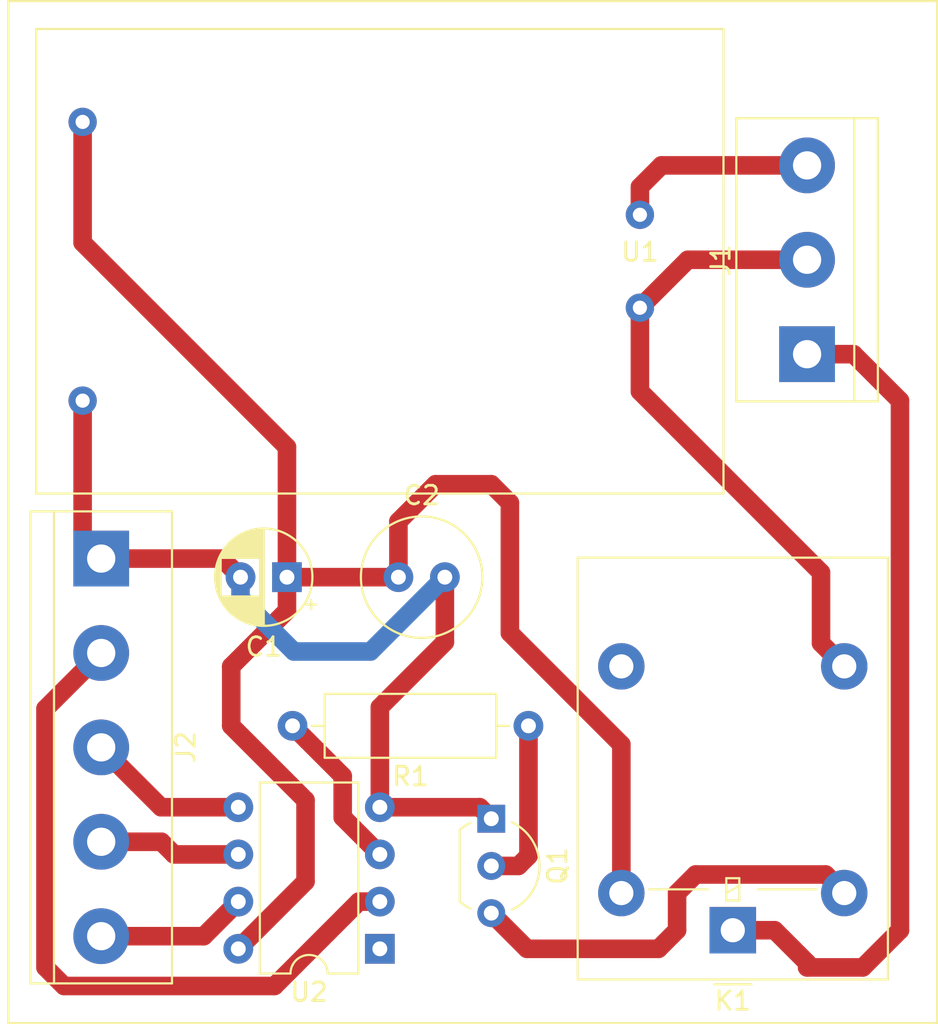
<source format=kicad_pcb>
(kicad_pcb (version 20171130) (host pcbnew "(5.1.2)-2")

  (general
    (thickness 1.6)
    (drawings 4)
    (tracks 74)
    (zones 0)
    (modules 9)
    (nets 13)
  )

  (page A4)
  (layers
    (0 F.Cu signal)
    (31 B.Cu signal)
    (32 B.Adhes user)
    (33 F.Adhes user)
    (34 B.Paste user)
    (35 F.Paste user)
    (36 B.SilkS user)
    (37 F.SilkS user)
    (38 B.Mask user)
    (39 F.Mask user)
    (40 Dwgs.User user)
    (41 Cmts.User user)
    (42 Eco1.User user)
    (43 Eco2.User user)
    (44 Edge.Cuts user)
    (45 Margin user)
    (46 B.CrtYd user)
    (47 F.CrtYd user)
    (48 B.Fab user)
    (49 F.Fab user)
  )

  (setup
    (last_trace_width 1)
    (user_trace_width 1)
    (trace_clearance 0.2)
    (zone_clearance 0.508)
    (zone_45_only no)
    (trace_min 0.2)
    (via_size 0.8)
    (via_drill 0.4)
    (via_min_size 0.4)
    (via_min_drill 0.3)
    (uvia_size 0.3)
    (uvia_drill 0.1)
    (uvias_allowed no)
    (uvia_min_size 0.2)
    (uvia_min_drill 0.1)
    (edge_width 0.05)
    (segment_width 0.2)
    (pcb_text_width 0.3)
    (pcb_text_size 1.5 1.5)
    (mod_edge_width 0.12)
    (mod_text_size 1 1)
    (mod_text_width 0.15)
    (pad_size 1.524 1.524)
    (pad_drill 0.762)
    (pad_to_mask_clearance 0.051)
    (solder_mask_min_width 0.25)
    (aux_axis_origin 0 0)
    (visible_elements FFF9FF7F)
    (pcbplotparams
      (layerselection 0x00000_ffffffff)
      (usegerberextensions false)
      (usegerberattributes false)
      (usegerberadvancedattributes false)
      (creategerberjobfile false)
      (excludeedgelayer true)
      (linewidth 0.100000)
      (plotframeref false)
      (viasonmask false)
      (mode 1)
      (useauxorigin false)
      (hpglpennumber 1)
      (hpglpenspeed 20)
      (hpglpendiameter 15.000000)
      (psnegative false)
      (psa4output false)
      (plotreference true)
      (plotvalue true)
      (plotinvisibletext false)
      (padsonsilk false)
      (subtractmaskfromsilk false)
      (outputformat 1)
      (mirror false)
      (drillshape 0)
      (scaleselection 1)
      (outputdirectory "gerber/"))
  )

  (net 0 "")
  (net 1 Earth)
  (net 2 +5V)
  (net 3 LINE)
  (net 4 NEUTRAL)
  (net 5 OUTPUT)
  (net 6 SWITCH-A)
  (net 7 SWITCH-B)
  (net 8 SWITCH-C)
  (net 9 SWITCH-D)
  (net 10 "Net-(K1-Pad2)")
  (net 11 "Net-(Q1-Pad2)")
  (net 12 "Net-(R1-Pad2)")

  (net_class Default "This is the default net class."
    (clearance 0.2)
    (trace_width 0.25)
    (via_dia 0.8)
    (via_drill 0.4)
    (uvia_dia 0.3)
    (uvia_drill 0.1)
    (add_net +5V)
    (add_net Earth)
    (add_net LINE)
    (add_net NEUTRAL)
    (add_net "Net-(K1-Pad2)")
    (add_net "Net-(K1-Pad4)")
    (add_net "Net-(Q1-Pad2)")
    (add_net "Net-(R1-Pad2)")
    (add_net "Net-(U2-Pad1)")
    (add_net OUTPUT)
    (add_net SWITCH-A)
    (add_net SWITCH-B)
    (add_net SWITCH-C)
    (add_net SWITCH-D)
  )

  (module Package_TO_SOT_THT:TO-92L_Inline_Wide (layer F.Cu) (tedit 5A11996A) (tstamp 5FF9C90A)
    (at 170 75 270)
    (descr "TO-92L leads in-line (large body variant of TO-92), also known as TO-226, wide, drill 0.75mm (see https://www.diodes.com/assets/Package-Files/TO92L.pdf and http://www.ti.com/lit/an/snoa059/snoa059.pdf)")
    (tags "TO-92L Inline Wide transistor")
    (path /5FF9B1EE)
    (fp_text reference Q1 (at 2.54 -3.56 90) (layer F.SilkS)
      (effects (font (size 1 1) (thickness 0.15)))
    )
    (fp_text value 2N3904 (at 2.54 2.79 90) (layer F.Fab)
      (effects (font (size 1 1) (thickness 0.15)))
    )
    (fp_arc (start 2.54 0) (end 4.45 1.7) (angle -15.88591585) (layer F.SilkS) (width 0.12))
    (fp_arc (start 2.54 0) (end 2.54 -2.48) (angle -130.2499344) (layer F.Fab) (width 0.1))
    (fp_arc (start 2.54 0) (end 2.54 -2.48) (angle 129.9527847) (layer F.Fab) (width 0.1))
    (fp_arc (start 2.54 0) (end 2.54 -2.6) (angle 65) (layer F.SilkS) (width 0.12))
    (fp_arc (start 2.54 0) (end 2.54 -2.6) (angle -65) (layer F.SilkS) (width 0.12))
    (fp_arc (start 2.54 0) (end 0.6 1.7) (angle 15.44288892) (layer F.SilkS) (width 0.12))
    (fp_line (start 6.1 1.85) (end -1 1.85) (layer F.CrtYd) (width 0.05))
    (fp_line (start 6.1 1.85) (end 6.1 -2.75) (layer F.CrtYd) (width 0.05))
    (fp_line (start -1 -2.75) (end -1 1.85) (layer F.CrtYd) (width 0.05))
    (fp_line (start -1 -2.75) (end 6.1 -2.75) (layer F.CrtYd) (width 0.05))
    (fp_line (start 0.65 1.6) (end 4.4 1.6) (layer F.Fab) (width 0.1))
    (fp_line (start 0.6 1.7) (end 4.45 1.7) (layer F.SilkS) (width 0.12))
    (fp_text user %R (at 2.54 -3.56 90) (layer F.Fab)
      (effects (font (size 1 1) (thickness 0.15)))
    )
    (pad 1 thru_hole rect (at 0 0) (size 1.5 1.5) (drill 0.8) (layers *.Cu *.Mask)
      (net 1 Earth))
    (pad 3 thru_hole circle (at 5.08 0) (size 1.5 1.5) (drill 0.8) (layers *.Cu *.Mask)
      (net 10 "Net-(K1-Pad2)"))
    (pad 2 thru_hole circle (at 2.54 0) (size 1.5 1.5) (drill 0.8) (layers *.Cu *.Mask)
      (net 11 "Net-(Q1-Pad2)"))
    (model ${KISYS3DMOD}/Package_TO_SOT_THT.3dshapes/TO-92L_Inline_Wide.wrl
      (at (xyz 0 0 0))
      (scale (xyz 1 1 1))
      (rotate (xyz 0 0 0))
    )
  )

  (module Package_DIP:DIP-8_W7.62mm (layer F.Cu) (tedit 5A02E8C5) (tstamp 5FF9C949)
    (at 164 82 180)
    (descr "8-lead though-hole mounted DIP package, row spacing 7.62 mm (300 mils)")
    (tags "THT DIP DIL PDIP 2.54mm 7.62mm 300mil")
    (path /5FF95318)
    (fp_text reference U2 (at 3.81 -2.33) (layer F.SilkS)
      (effects (font (size 1 1) (thickness 0.15)))
    )
    (fp_text value ATtiny13A-PU (at 3.81 9.95) (layer F.Fab)
      (effects (font (size 1 1) (thickness 0.15)))
    )
    (fp_text user %R (at 3.81 3.81) (layer F.Fab)
      (effects (font (size 1 1) (thickness 0.15)))
    )
    (fp_line (start 8.7 -1.55) (end -1.1 -1.55) (layer F.CrtYd) (width 0.05))
    (fp_line (start 8.7 9.15) (end 8.7 -1.55) (layer F.CrtYd) (width 0.05))
    (fp_line (start -1.1 9.15) (end 8.7 9.15) (layer F.CrtYd) (width 0.05))
    (fp_line (start -1.1 -1.55) (end -1.1 9.15) (layer F.CrtYd) (width 0.05))
    (fp_line (start 6.46 -1.33) (end 4.81 -1.33) (layer F.SilkS) (width 0.12))
    (fp_line (start 6.46 8.95) (end 6.46 -1.33) (layer F.SilkS) (width 0.12))
    (fp_line (start 1.16 8.95) (end 6.46 8.95) (layer F.SilkS) (width 0.12))
    (fp_line (start 1.16 -1.33) (end 1.16 8.95) (layer F.SilkS) (width 0.12))
    (fp_line (start 2.81 -1.33) (end 1.16 -1.33) (layer F.SilkS) (width 0.12))
    (fp_line (start 0.635 -0.27) (end 1.635 -1.27) (layer F.Fab) (width 0.1))
    (fp_line (start 0.635 8.89) (end 0.635 -0.27) (layer F.Fab) (width 0.1))
    (fp_line (start 6.985 8.89) (end 0.635 8.89) (layer F.Fab) (width 0.1))
    (fp_line (start 6.985 -1.27) (end 6.985 8.89) (layer F.Fab) (width 0.1))
    (fp_line (start 1.635 -1.27) (end 6.985 -1.27) (layer F.Fab) (width 0.1))
    (fp_arc (start 3.81 -1.33) (end 2.81 -1.33) (angle -180) (layer F.SilkS) (width 0.12))
    (pad 8 thru_hole oval (at 7.62 0 180) (size 1.6 1.6) (drill 0.8) (layers *.Cu *.Mask)
      (net 2 +5V))
    (pad 4 thru_hole oval (at 0 7.62 180) (size 1.6 1.6) (drill 0.8) (layers *.Cu *.Mask)
      (net 1 Earth))
    (pad 7 thru_hole oval (at 7.62 2.54 180) (size 1.6 1.6) (drill 0.8) (layers *.Cu *.Mask)
      (net 8 SWITCH-C))
    (pad 3 thru_hole oval (at 0 5.08 180) (size 1.6 1.6) (drill 0.8) (layers *.Cu *.Mask)
      (net 12 "Net-(R1-Pad2)"))
    (pad 6 thru_hole oval (at 7.62 5.08 180) (size 1.6 1.6) (drill 0.8) (layers *.Cu *.Mask)
      (net 7 SWITCH-B))
    (pad 2 thru_hole oval (at 0 2.54 180) (size 1.6 1.6) (drill 0.8) (layers *.Cu *.Mask)
      (net 9 SWITCH-D))
    (pad 5 thru_hole oval (at 7.62 7.62 180) (size 1.6 1.6) (drill 0.8) (layers *.Cu *.Mask)
      (net 6 SWITCH-A))
    (pad 1 thru_hole rect (at 0 0 180) (size 1.6 1.6) (drill 0.8) (layers *.Cu *.Mask))
    (model ${KISYS3DMOD}/Package_DIP.3dshapes/DIP-8_W7.62mm.wrl
      (at (xyz 0 0 0))
      (scale (xyz 1 1 1))
      (rotate (xyz 0 0 0))
    )
  )

  (module Custom:AC_80-230V--DC_5V-700mA (layer F.Cu) (tedit 5FF95F03) (tstamp 5FF9C92D)
    (at 178 45 180)
    (path /5FF93972)
    (fp_text reference U1 (at 0 0.5) (layer F.SilkS)
      (effects (font (size 1 1) (thickness 0.15)))
    )
    (fp_text value AC_80-230V--DC_5V-700mA (at 13 -10.185) (layer F.Fab)
      (effects (font (size 1 1) (thickness 0.15)))
    )
    (fp_line (start 32.5 -12.5) (end -4.5 -12.5) (layer F.SilkS) (width 0.12))
    (fp_line (start 32.5 12.5) (end 32.5 -12.5) (layer F.SilkS) (width 0.12))
    (fp_line (start -4.5 12.5) (end 32.5 12.5) (layer F.SilkS) (width 0.12))
    (fp_line (start -4.5 -12.5) (end -4.5 12.5) (layer F.SilkS) (width 0.12))
    (pad 4 thru_hole circle (at 30 7.5 180) (size 1.524 1.524) (drill 0.762) (layers *.Cu *.Mask)
      (net 2 +5V))
    (pad 3 thru_hole circle (at 30 -7.5 180) (size 1.524 1.524) (drill 0.762) (layers *.Cu *.Mask)
      (net 1 Earth))
    (pad 2 thru_hole circle (at 0 2.5 180) (size 1.524 1.524) (drill 0.762) (layers *.Cu *.Mask)
      (net 4 NEUTRAL))
    (pad 1 thru_hole circle (at 0 -2.5 180) (size 1.524 1.524) (drill 0.762) (layers *.Cu *.Mask)
      (net 3 LINE))
  )

  (module Resistor_THT:R_Axial_DIN0309_L9.0mm_D3.2mm_P12.70mm_Horizontal (layer F.Cu) (tedit 5AE5139B) (tstamp 5FF9C921)
    (at 172 70 180)
    (descr "Resistor, Axial_DIN0309 series, Axial, Horizontal, pin pitch=12.7mm, 0.5W = 1/2W, length*diameter=9*3.2mm^2, http://cdn-reichelt.de/documents/datenblatt/B400/1_4W%23YAG.pdf")
    (tags "Resistor Axial_DIN0309 series Axial Horizontal pin pitch 12.7mm 0.5W = 1/2W length 9mm diameter 3.2mm")
    (path /5FF9630B)
    (fp_text reference R1 (at 6.35 -2.72) (layer F.SilkS)
      (effects (font (size 1 1) (thickness 0.15)))
    )
    (fp_text value R (at 6.35 2.72) (layer F.Fab)
      (effects (font (size 1 1) (thickness 0.15)))
    )
    (fp_text user %R (at 6.35 0) (layer F.Fab)
      (effects (font (size 1 1) (thickness 0.15)))
    )
    (fp_line (start 13.75 -1.85) (end -1.05 -1.85) (layer F.CrtYd) (width 0.05))
    (fp_line (start 13.75 1.85) (end 13.75 -1.85) (layer F.CrtYd) (width 0.05))
    (fp_line (start -1.05 1.85) (end 13.75 1.85) (layer F.CrtYd) (width 0.05))
    (fp_line (start -1.05 -1.85) (end -1.05 1.85) (layer F.CrtYd) (width 0.05))
    (fp_line (start 11.66 0) (end 10.97 0) (layer F.SilkS) (width 0.12))
    (fp_line (start 1.04 0) (end 1.73 0) (layer F.SilkS) (width 0.12))
    (fp_line (start 10.97 -1.72) (end 1.73 -1.72) (layer F.SilkS) (width 0.12))
    (fp_line (start 10.97 1.72) (end 10.97 -1.72) (layer F.SilkS) (width 0.12))
    (fp_line (start 1.73 1.72) (end 10.97 1.72) (layer F.SilkS) (width 0.12))
    (fp_line (start 1.73 -1.72) (end 1.73 1.72) (layer F.SilkS) (width 0.12))
    (fp_line (start 12.7 0) (end 10.85 0) (layer F.Fab) (width 0.1))
    (fp_line (start 0 0) (end 1.85 0) (layer F.Fab) (width 0.1))
    (fp_line (start 10.85 -1.6) (end 1.85 -1.6) (layer F.Fab) (width 0.1))
    (fp_line (start 10.85 1.6) (end 10.85 -1.6) (layer F.Fab) (width 0.1))
    (fp_line (start 1.85 1.6) (end 10.85 1.6) (layer F.Fab) (width 0.1))
    (fp_line (start 1.85 -1.6) (end 1.85 1.6) (layer F.Fab) (width 0.1))
    (pad 2 thru_hole oval (at 12.7 0 180) (size 1.6 1.6) (drill 0.8) (layers *.Cu *.Mask)
      (net 12 "Net-(R1-Pad2)"))
    (pad 1 thru_hole circle (at 0 0 180) (size 1.6 1.6) (drill 0.8) (layers *.Cu *.Mask)
      (net 11 "Net-(Q1-Pad2)"))
    (model ${KISYS3DMOD}/Resistor_THT.3dshapes/R_Axial_DIN0309_L9.0mm_D3.2mm_P12.70mm_Horizontal.wrl
      (at (xyz 0 0 0))
      (scale (xyz 1 1 1))
      (rotate (xyz 0 0 0))
    )
  )

  (module Relay_THT:Relay_SPDT_Omron-G5LE-1 (layer F.Cu) (tedit 5AE38B37) (tstamp 5FF9C8F8)
    (at 183 81 180)
    (descr "Omron Relay SPDT, http://www.omron.com/ecb/products/pdf/en-g5le.pdf")
    (tags "Omron Relay SPDT")
    (path /5FF9CF2F)
    (fp_text reference K1 (at 0 -3.8) (layer F.SilkS)
      (effects (font (size 1 1) (thickness 0.15)))
    )
    (fp_text value G5LE-1 (at 0 20.95) (layer F.Fab)
      (effects (font (size 1 1) (thickness 0.15)))
    )
    (fp_text user %R (at 0 8.7) (layer F.Fab)
      (effects (font (size 1 1) (thickness 0.15)))
    )
    (fp_line (start -8.5 20.2) (end 8.5 20.2) (layer F.CrtYd) (width 0.05))
    (fp_line (start -8.5 -2.8) (end -8.5 20.2) (layer F.CrtYd) (width 0.05))
    (fp_line (start 8.5 -2.8) (end -8.5 -2.8) (layer F.CrtYd) (width 0.05))
    (fp_line (start 8.5 20.2) (end 8.5 -2.8) (layer F.CrtYd) (width 0.05))
    (fp_line (start 1.35 2.2) (end 4.5 2.2) (layer F.SilkS) (width 0.12))
    (fp_line (start -4.5 2.2) (end -1.35 2.2) (layer F.SilkS) (width 0.12))
    (fp_line (start -1 -2.91) (end 1 -2.91) (layer F.SilkS) (width 0.12))
    (fp_line (start -0.35 2.8) (end 0.35 2.8) (layer F.SilkS) (width 0.12))
    (fp_line (start -0.35 1.6) (end -0.35 2.8) (layer F.SilkS) (width 0.12))
    (fp_line (start 0.35 1.6) (end -0.35 1.6) (layer F.SilkS) (width 0.12))
    (fp_line (start 0.35 2.8) (end 0.35 1.6) (layer F.SilkS) (width 0.12))
    (fp_line (start -0.35 2.4) (end 0.35 2) (layer F.SilkS) (width 0.12))
    (fp_line (start -8.35 20.05) (end 8.35 20.05) (layer F.SilkS) (width 0.12))
    (fp_line (start -8.35 -2.65) (end -8.35 20.05) (layer F.SilkS) (width 0.12))
    (fp_line (start 8.35 -2.65) (end -8.35 -2.65) (layer F.SilkS) (width 0.12))
    (fp_line (start 8.35 20.05) (end 8.35 -2.65) (layer F.SilkS) (width 0.12))
    (fp_line (start -4.5 2) (end 4.5 2) (layer F.Fab) (width 0.1))
    (fp_line (start -1 -2.55) (end 0 -1.55) (layer F.Fab) (width 0.1))
    (fp_line (start -8.25 -2.55) (end -1 -2.55) (layer F.Fab) (width 0.1))
    (fp_line (start -8.25 19.95) (end -8.25 -2.55) (layer F.Fab) (width 0.1))
    (fp_line (start 8.25 19.95) (end -8.25 19.95) (layer F.Fab) (width 0.1))
    (fp_line (start 8.25 -2.55) (end 8.25 19.95) (layer F.Fab) (width 0.1))
    (fp_line (start 1 -2.55) (end 8.25 -2.55) (layer F.Fab) (width 0.1))
    (fp_line (start 0 -1.55) (end 1 -2.55) (layer F.Fab) (width 0.1))
    (pad 5 thru_hole oval (at 6 2 180) (size 2.5 2.5) (drill 1.3) (layers *.Cu *.Mask)
      (net 2 +5V))
    (pad 4 thru_hole oval (at 6 14.2 180) (size 2.5 2.5) (drill 1.3) (layers *.Cu *.Mask))
    (pad 3 thru_hole oval (at -6 14.2 180) (size 2.5 2.5) (drill 1.3) (layers *.Cu *.Mask)
      (net 3 LINE))
    (pad 2 thru_hole oval (at -6 2 180) (size 2.5 2.5) (drill 1.3) (layers *.Cu *.Mask)
      (net 10 "Net-(K1-Pad2)"))
    (pad 1 thru_hole rect (at 0 0 180) (size 2.5 2.5) (drill 1.3) (layers *.Cu *.Mask)
      (net 5 OUTPUT))
    (model ${KISYS3DMOD}/Relay_THT.3dshapes/Relay_SPDT_Omron-G5LE-1.wrl
      (at (xyz 0 0 0))
      (scale (xyz 1 1 1))
      (rotate (xyz 0 0 0))
    )
  )

  (module TerminalBlock:TerminalBlock_bornier-5_P5.08mm (layer F.Cu) (tedit 59FF03DE) (tstamp 5FF9C8D6)
    (at 149 61 270)
    (descr "simple 5-pin terminal block, pitch 5.08mm, revamped version of bornier5")
    (tags "terminal block bornier5")
    (path /5FF861A6)
    (fp_text reference J2 (at 10.15 -4.55 90) (layer F.SilkS)
      (effects (font (size 1 1) (thickness 0.15)))
    )
    (fp_text value Screw_Terminal_01x05 (at 10.15 4.6 90) (layer F.Fab)
      (effects (font (size 1 1) (thickness 0.15)))
    )
    (fp_line (start 23.06 4) (end -2.74 4) (layer F.CrtYd) (width 0.05))
    (fp_line (start 23.06 4) (end 23.06 -4) (layer F.CrtYd) (width 0.05))
    (fp_line (start -2.74 -4) (end -2.74 4) (layer F.CrtYd) (width 0.05))
    (fp_line (start -2.74 -4) (end 23.06 -4) (layer F.CrtYd) (width 0.05))
    (fp_line (start -2.54 -3.81) (end -2.54 3.81) (layer F.SilkS) (width 0.12))
    (fp_line (start 22.86 -3.81) (end 22.86 3.81) (layer F.SilkS) (width 0.12))
    (fp_line (start -2.54 -3.81) (end 22.86 -3.81) (layer F.SilkS) (width 0.12))
    (fp_line (start -2.54 2.54) (end 22.86 2.54) (layer F.SilkS) (width 0.12))
    (fp_line (start -2.54 3.81) (end 22.86 3.81) (layer F.SilkS) (width 0.12))
    (fp_line (start 22.81 -3.75) (end -2.49 -3.75) (layer F.Fab) (width 0.1))
    (fp_line (start 22.81 3.75) (end 22.81 -3.75) (layer F.Fab) (width 0.1))
    (fp_line (start -2.49 3.75) (end 22.81 3.75) (layer F.Fab) (width 0.1))
    (fp_line (start -2.49 -3.75) (end -2.49 3.75) (layer F.Fab) (width 0.1))
    (fp_line (start -2.49 2.55) (end 22.81 2.55) (layer F.Fab) (width 0.1))
    (fp_text user %R (at 10.16 0 90) (layer F.Fab)
      (effects (font (size 1 1) (thickness 0.15)))
    )
    (pad 5 thru_hole circle (at 20.32 0 270) (size 3 3) (drill 1.52) (layers *.Cu *.Mask)
      (net 8 SWITCH-C))
    (pad 4 thru_hole circle (at 15.24 0 270) (size 3 3) (drill 1.52) (layers *.Cu *.Mask)
      (net 7 SWITCH-B))
    (pad 1 thru_hole rect (at 0 0 270) (size 3 3) (drill 1.52) (layers *.Cu *.Mask)
      (net 1 Earth))
    (pad 3 thru_hole circle (at 10.16 0 270) (size 3 3) (drill 1.52) (layers *.Cu *.Mask)
      (net 6 SWITCH-A))
    (pad 2 thru_hole circle (at 5.08 0 270) (size 3 3) (drill 1.52) (layers *.Cu *.Mask)
      (net 9 SWITCH-D))
    (model ${KISYS3DMOD}/TerminalBlock.3dshapes/TerminalBlock_bornier-5_P5.08mm.wrl
      (offset (xyz 10.15999984741211 0 0))
      (scale (xyz 1 1 1))
      (rotate (xyz 0 0 0))
    )
  )

  (module TerminalBlock:TerminalBlock_bornier-3_P5.08mm (layer F.Cu) (tedit 59FF03B9) (tstamp 5FF9F3FE)
    (at 187 50 90)
    (descr "simple 3-pin terminal block, pitch 5.08mm, revamped version of bornier3")
    (tags "terminal block bornier3")
    (path /5FF946B7)
    (fp_text reference J1 (at 5.05 -4.65 90) (layer F.SilkS)
      (effects (font (size 1 1) (thickness 0.15)))
    )
    (fp_text value Screw_Terminal_01x03 (at 5.08 5.08 90) (layer F.Fab)
      (effects (font (size 1 1) (thickness 0.15)))
    )
    (fp_line (start 12.88 4) (end -2.72 4) (layer F.CrtYd) (width 0.05))
    (fp_line (start 12.88 4) (end 12.88 -4) (layer F.CrtYd) (width 0.05))
    (fp_line (start -2.72 -4) (end -2.72 4) (layer F.CrtYd) (width 0.05))
    (fp_line (start -2.72 -4) (end 12.88 -4) (layer F.CrtYd) (width 0.05))
    (fp_line (start -2.54 3.81) (end 12.7 3.81) (layer F.SilkS) (width 0.12))
    (fp_line (start -2.54 -3.81) (end 12.7 -3.81) (layer F.SilkS) (width 0.12))
    (fp_line (start -2.54 2.54) (end 12.7 2.54) (layer F.SilkS) (width 0.12))
    (fp_line (start 12.7 3.81) (end 12.7 -3.81) (layer F.SilkS) (width 0.12))
    (fp_line (start -2.54 3.81) (end -2.54 -3.81) (layer F.SilkS) (width 0.12))
    (fp_line (start -2.47 3.75) (end -2.47 -3.75) (layer F.Fab) (width 0.1))
    (fp_line (start 12.63 3.75) (end -2.47 3.75) (layer F.Fab) (width 0.1))
    (fp_line (start 12.63 -3.75) (end 12.63 3.75) (layer F.Fab) (width 0.1))
    (fp_line (start -2.47 -3.75) (end 12.63 -3.75) (layer F.Fab) (width 0.1))
    (fp_line (start -2.47 2.55) (end 12.63 2.55) (layer F.Fab) (width 0.1))
    (fp_text user %R (at 5.08 0 90) (layer F.Fab)
      (effects (font (size 1 1) (thickness 0.15)))
    )
    (pad 3 thru_hole circle (at 10.16 0 90) (size 3 3) (drill 1.52) (layers *.Cu *.Mask)
      (net 4 NEUTRAL))
    (pad 2 thru_hole circle (at 5.08 0 90) (size 3 3) (drill 1.52) (layers *.Cu *.Mask)
      (net 3 LINE))
    (pad 1 thru_hole rect (at 0 0 90) (size 3 3) (drill 1.52) (layers *.Cu *.Mask)
      (net 5 OUTPUT))
    (model ${KISYS3DMOD}/TerminalBlock.3dshapes/TerminalBlock_bornier-3_P5.08mm.wrl
      (offset (xyz 5.079999923706055 0 0))
      (scale (xyz 1 1 1))
      (rotate (xyz 0 0 0))
    )
  )

  (module Capacitor_THT:C_Radial_D6.3mm_H5.0mm_P2.50mm (layer F.Cu) (tedit 5BC5C9B9) (tstamp 5FF9E591)
    (at 165 62)
    (descr "C, Radial series, Radial, pin pitch=2.50mm, diameter=6.3mm, height=5mm, Non-Polar Electrolytic Capacitor")
    (tags "C Radial series Radial pin pitch 2.50mm diameter 6.3mm height 5mm Non-Polar Electrolytic Capacitor")
    (path /5FF96D4F)
    (fp_text reference C2 (at 1.25 -4.4) (layer F.SilkS)
      (effects (font (size 1 1) (thickness 0.15)))
    )
    (fp_text value C_Small (at 1.25 4.4) (layer F.Fab)
      (effects (font (size 1 1) (thickness 0.15)))
    )
    (fp_text user %R (at 1.25 0) (layer F.Fab)
      (effects (font (size 1 1) (thickness 0.15)))
    )
    (fp_circle (center 1.25 0) (end 4.65 0) (layer F.CrtYd) (width 0.05))
    (fp_circle (center 1.25 0) (end 4.52 0) (layer F.SilkS) (width 0.12))
    (fp_circle (center 1.25 0) (end 4.4 0) (layer F.Fab) (width 0.1))
    (pad 2 thru_hole circle (at 2.5 0) (size 1.6 1.6) (drill 0.8) (layers *.Cu *.Mask)
      (net 1 Earth))
    (pad 1 thru_hole circle (at 0 0) (size 1.6 1.6) (drill 0.8) (layers *.Cu *.Mask)
      (net 2 +5V))
    (model ${KISYS3DMOD}/Capacitor_THT.3dshapes/C_Radial_D6.3mm_H5.0mm_P2.50mm.wrl
      (at (xyz 0 0 0))
      (scale (xyz 1 1 1))
      (rotate (xyz 0 0 0))
    )
  )

  (module Capacitor_THT:CP_Radial_D5.0mm_P2.50mm (layer F.Cu) (tedit 5AE50EF0) (tstamp 5FF9FD6C)
    (at 159 62 180)
    (descr "CP, Radial series, Radial, pin pitch=2.50mm, , diameter=5mm, Electrolytic Capacitor")
    (tags "CP Radial series Radial pin pitch 2.50mm  diameter 5mm Electrolytic Capacitor")
    (path /5FF9661F)
    (fp_text reference C1 (at 1.25 -3.75) (layer F.SilkS)
      (effects (font (size 1 1) (thickness 0.15)))
    )
    (fp_text value CP_Small (at 1.25 3.75) (layer F.Fab)
      (effects (font (size 1 1) (thickness 0.15)))
    )
    (fp_text user %R (at 1.25 0) (layer F.Fab)
      (effects (font (size 1 1) (thickness 0.15)))
    )
    (fp_line (start -1.304775 -1.725) (end -1.304775 -1.225) (layer F.SilkS) (width 0.12))
    (fp_line (start -1.554775 -1.475) (end -1.054775 -1.475) (layer F.SilkS) (width 0.12))
    (fp_line (start 3.851 -0.284) (end 3.851 0.284) (layer F.SilkS) (width 0.12))
    (fp_line (start 3.811 -0.518) (end 3.811 0.518) (layer F.SilkS) (width 0.12))
    (fp_line (start 3.771 -0.677) (end 3.771 0.677) (layer F.SilkS) (width 0.12))
    (fp_line (start 3.731 -0.805) (end 3.731 0.805) (layer F.SilkS) (width 0.12))
    (fp_line (start 3.691 -0.915) (end 3.691 0.915) (layer F.SilkS) (width 0.12))
    (fp_line (start 3.651 -1.011) (end 3.651 1.011) (layer F.SilkS) (width 0.12))
    (fp_line (start 3.611 -1.098) (end 3.611 1.098) (layer F.SilkS) (width 0.12))
    (fp_line (start 3.571 -1.178) (end 3.571 1.178) (layer F.SilkS) (width 0.12))
    (fp_line (start 3.531 1.04) (end 3.531 1.251) (layer F.SilkS) (width 0.12))
    (fp_line (start 3.531 -1.251) (end 3.531 -1.04) (layer F.SilkS) (width 0.12))
    (fp_line (start 3.491 1.04) (end 3.491 1.319) (layer F.SilkS) (width 0.12))
    (fp_line (start 3.491 -1.319) (end 3.491 -1.04) (layer F.SilkS) (width 0.12))
    (fp_line (start 3.451 1.04) (end 3.451 1.383) (layer F.SilkS) (width 0.12))
    (fp_line (start 3.451 -1.383) (end 3.451 -1.04) (layer F.SilkS) (width 0.12))
    (fp_line (start 3.411 1.04) (end 3.411 1.443) (layer F.SilkS) (width 0.12))
    (fp_line (start 3.411 -1.443) (end 3.411 -1.04) (layer F.SilkS) (width 0.12))
    (fp_line (start 3.371 1.04) (end 3.371 1.5) (layer F.SilkS) (width 0.12))
    (fp_line (start 3.371 -1.5) (end 3.371 -1.04) (layer F.SilkS) (width 0.12))
    (fp_line (start 3.331 1.04) (end 3.331 1.554) (layer F.SilkS) (width 0.12))
    (fp_line (start 3.331 -1.554) (end 3.331 -1.04) (layer F.SilkS) (width 0.12))
    (fp_line (start 3.291 1.04) (end 3.291 1.605) (layer F.SilkS) (width 0.12))
    (fp_line (start 3.291 -1.605) (end 3.291 -1.04) (layer F.SilkS) (width 0.12))
    (fp_line (start 3.251 1.04) (end 3.251 1.653) (layer F.SilkS) (width 0.12))
    (fp_line (start 3.251 -1.653) (end 3.251 -1.04) (layer F.SilkS) (width 0.12))
    (fp_line (start 3.211 1.04) (end 3.211 1.699) (layer F.SilkS) (width 0.12))
    (fp_line (start 3.211 -1.699) (end 3.211 -1.04) (layer F.SilkS) (width 0.12))
    (fp_line (start 3.171 1.04) (end 3.171 1.743) (layer F.SilkS) (width 0.12))
    (fp_line (start 3.171 -1.743) (end 3.171 -1.04) (layer F.SilkS) (width 0.12))
    (fp_line (start 3.131 1.04) (end 3.131 1.785) (layer F.SilkS) (width 0.12))
    (fp_line (start 3.131 -1.785) (end 3.131 -1.04) (layer F.SilkS) (width 0.12))
    (fp_line (start 3.091 1.04) (end 3.091 1.826) (layer F.SilkS) (width 0.12))
    (fp_line (start 3.091 -1.826) (end 3.091 -1.04) (layer F.SilkS) (width 0.12))
    (fp_line (start 3.051 1.04) (end 3.051 1.864) (layer F.SilkS) (width 0.12))
    (fp_line (start 3.051 -1.864) (end 3.051 -1.04) (layer F.SilkS) (width 0.12))
    (fp_line (start 3.011 1.04) (end 3.011 1.901) (layer F.SilkS) (width 0.12))
    (fp_line (start 3.011 -1.901) (end 3.011 -1.04) (layer F.SilkS) (width 0.12))
    (fp_line (start 2.971 1.04) (end 2.971 1.937) (layer F.SilkS) (width 0.12))
    (fp_line (start 2.971 -1.937) (end 2.971 -1.04) (layer F.SilkS) (width 0.12))
    (fp_line (start 2.931 1.04) (end 2.931 1.971) (layer F.SilkS) (width 0.12))
    (fp_line (start 2.931 -1.971) (end 2.931 -1.04) (layer F.SilkS) (width 0.12))
    (fp_line (start 2.891 1.04) (end 2.891 2.004) (layer F.SilkS) (width 0.12))
    (fp_line (start 2.891 -2.004) (end 2.891 -1.04) (layer F.SilkS) (width 0.12))
    (fp_line (start 2.851 1.04) (end 2.851 2.035) (layer F.SilkS) (width 0.12))
    (fp_line (start 2.851 -2.035) (end 2.851 -1.04) (layer F.SilkS) (width 0.12))
    (fp_line (start 2.811 1.04) (end 2.811 2.065) (layer F.SilkS) (width 0.12))
    (fp_line (start 2.811 -2.065) (end 2.811 -1.04) (layer F.SilkS) (width 0.12))
    (fp_line (start 2.771 1.04) (end 2.771 2.095) (layer F.SilkS) (width 0.12))
    (fp_line (start 2.771 -2.095) (end 2.771 -1.04) (layer F.SilkS) (width 0.12))
    (fp_line (start 2.731 1.04) (end 2.731 2.122) (layer F.SilkS) (width 0.12))
    (fp_line (start 2.731 -2.122) (end 2.731 -1.04) (layer F.SilkS) (width 0.12))
    (fp_line (start 2.691 1.04) (end 2.691 2.149) (layer F.SilkS) (width 0.12))
    (fp_line (start 2.691 -2.149) (end 2.691 -1.04) (layer F.SilkS) (width 0.12))
    (fp_line (start 2.651 1.04) (end 2.651 2.175) (layer F.SilkS) (width 0.12))
    (fp_line (start 2.651 -2.175) (end 2.651 -1.04) (layer F.SilkS) (width 0.12))
    (fp_line (start 2.611 1.04) (end 2.611 2.2) (layer F.SilkS) (width 0.12))
    (fp_line (start 2.611 -2.2) (end 2.611 -1.04) (layer F.SilkS) (width 0.12))
    (fp_line (start 2.571 1.04) (end 2.571 2.224) (layer F.SilkS) (width 0.12))
    (fp_line (start 2.571 -2.224) (end 2.571 -1.04) (layer F.SilkS) (width 0.12))
    (fp_line (start 2.531 1.04) (end 2.531 2.247) (layer F.SilkS) (width 0.12))
    (fp_line (start 2.531 -2.247) (end 2.531 -1.04) (layer F.SilkS) (width 0.12))
    (fp_line (start 2.491 1.04) (end 2.491 2.268) (layer F.SilkS) (width 0.12))
    (fp_line (start 2.491 -2.268) (end 2.491 -1.04) (layer F.SilkS) (width 0.12))
    (fp_line (start 2.451 1.04) (end 2.451 2.29) (layer F.SilkS) (width 0.12))
    (fp_line (start 2.451 -2.29) (end 2.451 -1.04) (layer F.SilkS) (width 0.12))
    (fp_line (start 2.411 1.04) (end 2.411 2.31) (layer F.SilkS) (width 0.12))
    (fp_line (start 2.411 -2.31) (end 2.411 -1.04) (layer F.SilkS) (width 0.12))
    (fp_line (start 2.371 1.04) (end 2.371 2.329) (layer F.SilkS) (width 0.12))
    (fp_line (start 2.371 -2.329) (end 2.371 -1.04) (layer F.SilkS) (width 0.12))
    (fp_line (start 2.331 1.04) (end 2.331 2.348) (layer F.SilkS) (width 0.12))
    (fp_line (start 2.331 -2.348) (end 2.331 -1.04) (layer F.SilkS) (width 0.12))
    (fp_line (start 2.291 1.04) (end 2.291 2.365) (layer F.SilkS) (width 0.12))
    (fp_line (start 2.291 -2.365) (end 2.291 -1.04) (layer F.SilkS) (width 0.12))
    (fp_line (start 2.251 1.04) (end 2.251 2.382) (layer F.SilkS) (width 0.12))
    (fp_line (start 2.251 -2.382) (end 2.251 -1.04) (layer F.SilkS) (width 0.12))
    (fp_line (start 2.211 1.04) (end 2.211 2.398) (layer F.SilkS) (width 0.12))
    (fp_line (start 2.211 -2.398) (end 2.211 -1.04) (layer F.SilkS) (width 0.12))
    (fp_line (start 2.171 1.04) (end 2.171 2.414) (layer F.SilkS) (width 0.12))
    (fp_line (start 2.171 -2.414) (end 2.171 -1.04) (layer F.SilkS) (width 0.12))
    (fp_line (start 2.131 1.04) (end 2.131 2.428) (layer F.SilkS) (width 0.12))
    (fp_line (start 2.131 -2.428) (end 2.131 -1.04) (layer F.SilkS) (width 0.12))
    (fp_line (start 2.091 1.04) (end 2.091 2.442) (layer F.SilkS) (width 0.12))
    (fp_line (start 2.091 -2.442) (end 2.091 -1.04) (layer F.SilkS) (width 0.12))
    (fp_line (start 2.051 1.04) (end 2.051 2.455) (layer F.SilkS) (width 0.12))
    (fp_line (start 2.051 -2.455) (end 2.051 -1.04) (layer F.SilkS) (width 0.12))
    (fp_line (start 2.011 1.04) (end 2.011 2.468) (layer F.SilkS) (width 0.12))
    (fp_line (start 2.011 -2.468) (end 2.011 -1.04) (layer F.SilkS) (width 0.12))
    (fp_line (start 1.971 1.04) (end 1.971 2.48) (layer F.SilkS) (width 0.12))
    (fp_line (start 1.971 -2.48) (end 1.971 -1.04) (layer F.SilkS) (width 0.12))
    (fp_line (start 1.93 1.04) (end 1.93 2.491) (layer F.SilkS) (width 0.12))
    (fp_line (start 1.93 -2.491) (end 1.93 -1.04) (layer F.SilkS) (width 0.12))
    (fp_line (start 1.89 1.04) (end 1.89 2.501) (layer F.SilkS) (width 0.12))
    (fp_line (start 1.89 -2.501) (end 1.89 -1.04) (layer F.SilkS) (width 0.12))
    (fp_line (start 1.85 1.04) (end 1.85 2.511) (layer F.SilkS) (width 0.12))
    (fp_line (start 1.85 -2.511) (end 1.85 -1.04) (layer F.SilkS) (width 0.12))
    (fp_line (start 1.81 1.04) (end 1.81 2.52) (layer F.SilkS) (width 0.12))
    (fp_line (start 1.81 -2.52) (end 1.81 -1.04) (layer F.SilkS) (width 0.12))
    (fp_line (start 1.77 1.04) (end 1.77 2.528) (layer F.SilkS) (width 0.12))
    (fp_line (start 1.77 -2.528) (end 1.77 -1.04) (layer F.SilkS) (width 0.12))
    (fp_line (start 1.73 1.04) (end 1.73 2.536) (layer F.SilkS) (width 0.12))
    (fp_line (start 1.73 -2.536) (end 1.73 -1.04) (layer F.SilkS) (width 0.12))
    (fp_line (start 1.69 1.04) (end 1.69 2.543) (layer F.SilkS) (width 0.12))
    (fp_line (start 1.69 -2.543) (end 1.69 -1.04) (layer F.SilkS) (width 0.12))
    (fp_line (start 1.65 1.04) (end 1.65 2.55) (layer F.SilkS) (width 0.12))
    (fp_line (start 1.65 -2.55) (end 1.65 -1.04) (layer F.SilkS) (width 0.12))
    (fp_line (start 1.61 1.04) (end 1.61 2.556) (layer F.SilkS) (width 0.12))
    (fp_line (start 1.61 -2.556) (end 1.61 -1.04) (layer F.SilkS) (width 0.12))
    (fp_line (start 1.57 1.04) (end 1.57 2.561) (layer F.SilkS) (width 0.12))
    (fp_line (start 1.57 -2.561) (end 1.57 -1.04) (layer F.SilkS) (width 0.12))
    (fp_line (start 1.53 1.04) (end 1.53 2.565) (layer F.SilkS) (width 0.12))
    (fp_line (start 1.53 -2.565) (end 1.53 -1.04) (layer F.SilkS) (width 0.12))
    (fp_line (start 1.49 1.04) (end 1.49 2.569) (layer F.SilkS) (width 0.12))
    (fp_line (start 1.49 -2.569) (end 1.49 -1.04) (layer F.SilkS) (width 0.12))
    (fp_line (start 1.45 -2.573) (end 1.45 2.573) (layer F.SilkS) (width 0.12))
    (fp_line (start 1.41 -2.576) (end 1.41 2.576) (layer F.SilkS) (width 0.12))
    (fp_line (start 1.37 -2.578) (end 1.37 2.578) (layer F.SilkS) (width 0.12))
    (fp_line (start 1.33 -2.579) (end 1.33 2.579) (layer F.SilkS) (width 0.12))
    (fp_line (start 1.29 -2.58) (end 1.29 2.58) (layer F.SilkS) (width 0.12))
    (fp_line (start 1.25 -2.58) (end 1.25 2.58) (layer F.SilkS) (width 0.12))
    (fp_line (start -0.633605 -1.3375) (end -0.633605 -0.8375) (layer F.Fab) (width 0.1))
    (fp_line (start -0.883605 -1.0875) (end -0.383605 -1.0875) (layer F.Fab) (width 0.1))
    (fp_circle (center 1.25 0) (end 4 0) (layer F.CrtYd) (width 0.05))
    (fp_circle (center 1.25 0) (end 3.87 0) (layer F.SilkS) (width 0.12))
    (fp_circle (center 1.25 0) (end 3.75 0) (layer F.Fab) (width 0.1))
    (pad 2 thru_hole circle (at 2.5 0 180) (size 1.6 1.6) (drill 0.8) (layers *.Cu *.Mask)
      (net 1 Earth))
    (pad 1 thru_hole rect (at 0 0 180) (size 1.6 1.6) (drill 0.8) (layers *.Cu *.Mask)
      (net 2 +5V))
    (model ${KISYS3DMOD}/Capacitor_THT.3dshapes/CP_Radial_D5.0mm_P2.50mm.wrl
      (at (xyz 0 0 0))
      (scale (xyz 1 1 1))
      (rotate (xyz 0 0 0))
    )
  )

  (gr_line (start 144 31) (end 144 86) (layer F.SilkS) (width 0.12) (tstamp 5FFA061A))
  (gr_line (start 194 31) (end 144 31) (layer F.SilkS) (width 0.12))
  (gr_line (start 194 86) (end 194 31) (layer F.SilkS) (width 0.12))
  (gr_line (start 144 86) (end 194 86) (layer F.SilkS) (width 0.12))

  (segment (start 148 60) (end 149 61) (width 1) (layer F.Cu) (net 1))
  (segment (start 148 52.5) (end 148 60) (width 1) (layer F.Cu) (net 1))
  (segment (start 155.5 61) (end 156.5 62) (width 1) (layer F.Cu) (net 1))
  (segment (start 149 61) (end 155.5 61) (width 1) (layer F.Cu) (net 1))
  (segment (start 167.5 65.5) (end 167.5 62) (width 1) (layer F.Cu) (net 1))
  (segment (start 164 74.38) (end 164 69) (width 1) (layer F.Cu) (net 1))
  (segment (start 164 69) (end 167.5 65.5) (width 1) (layer F.Cu) (net 1))
  (segment (start 156.5 63.13137) (end 159.36863 66) (width 1) (layer B.Cu) (net 1))
  (segment (start 156.5 62) (end 156.5 63.13137) (width 1) (layer B.Cu) (net 1))
  (segment (start 163.5 66) (end 167.5 62) (width 1) (layer B.Cu) (net 1))
  (segment (start 159.36863 66) (end 163.5 66) (width 1) (layer B.Cu) (net 1))
  (segment (start 169.38 74.38) (end 170 75) (width 1) (layer F.Cu) (net 1))
  (segment (start 164 74.38) (end 169.38 74.38) (width 1) (layer F.Cu) (net 1))
  (segment (start 159 62) (end 165 62) (width 1) (layer F.Cu) (net 2))
  (segment (start 159 63.8) (end 156 66.8) (width 1) (layer F.Cu) (net 2))
  (segment (start 159 62) (end 159 63.8) (width 1) (layer F.Cu) (net 2))
  (segment (start 156 66.8) (end 156 70) (width 1) (layer F.Cu) (net 2))
  (segment (start 156 70) (end 160 74) (width 1) (layer F.Cu) (net 2))
  (segment (start 160 78.38) (end 156.38 82) (width 1) (layer F.Cu) (net 2))
  (segment (start 160 74) (end 160 78.38) (width 1) (layer F.Cu) (net 2))
  (segment (start 177 71) (end 171 65) (width 1) (layer F.Cu) (net 2))
  (segment (start 177 79) (end 177 71) (width 1) (layer F.Cu) (net 2))
  (segment (start 165 59) (end 165 62) (width 1) (layer F.Cu) (net 2))
  (segment (start 171 65) (end 171 58) (width 1) (layer F.Cu) (net 2))
  (segment (start 171 58) (end 170 57) (width 1) (layer F.Cu) (net 2))
  (segment (start 170 57) (end 167 57) (width 1) (layer F.Cu) (net 2))
  (segment (start 167 57) (end 165 59) (width 1) (layer F.Cu) (net 2))
  (segment (start 148 37.5) (end 148 44) (width 1) (layer F.Cu) (net 2))
  (segment (start 159 55) (end 159 62) (width 1) (layer F.Cu) (net 2))
  (segment (start 148 44) (end 159 55) (width 1) (layer F.Cu) (net 2))
  (segment (start 180.58 44.92) (end 187 44.92) (width 1) (layer F.Cu) (net 3))
  (segment (start 178 47.5) (end 180.58 44.92) (width 1) (layer F.Cu) (net 3))
  (segment (start 187.750001 65.550001) (end 187.750001 61.750001) (width 1) (layer F.Cu) (net 3))
  (segment (start 189 66.8) (end 187.750001 65.550001) (width 1) (layer F.Cu) (net 3))
  (segment (start 178 52) (end 178 47.5) (width 1) (layer F.Cu) (net 3))
  (segment (start 187.750001 61.750001) (end 178 52) (width 1) (layer F.Cu) (net 3))
  (segment (start 178 42.5) (end 178 41) (width 1) (layer F.Cu) (net 4))
  (segment (start 179.16 39.84) (end 187 39.84) (width 1) (layer F.Cu) (net 4))
  (segment (start 178 41) (end 179.16 39.84) (width 1) (layer F.Cu) (net 4))
  (segment (start 189.5 50) (end 192 52.5) (width 1) (layer F.Cu) (net 5))
  (segment (start 187 50) (end 189.5 50) (width 1) (layer F.Cu) (net 5))
  (segment (start 192 52.5) (end 192 81) (width 1) (layer F.Cu) (net 5))
  (segment (start 192 81) (end 190 83) (width 1) (layer F.Cu) (net 5))
  (segment (start 190 83) (end 187 83) (width 1) (layer F.Cu) (net 5))
  (segment (start 185.25 81) (end 183 81) (width 1) (layer F.Cu) (net 5))
  (segment (start 187 82.75) (end 185.25 81) (width 1) (layer F.Cu) (net 5))
  (segment (start 187 83) (end 187 82.75) (width 1) (layer F.Cu) (net 5))
  (segment (start 152.22 74.38) (end 156.38 74.38) (width 1) (layer F.Cu) (net 6))
  (segment (start 149 71.16) (end 152.22 74.38) (width 1) (layer F.Cu) (net 6))
  (segment (start 149 76.24) (end 152.24 76.24) (width 1) (layer F.Cu) (net 7))
  (segment (start 152.92 76.92) (end 156.38 76.92) (width 1) (layer F.Cu) (net 7))
  (segment (start 152.24 76.24) (end 152.92 76.92) (width 1) (layer F.Cu) (net 7))
  (segment (start 154.52 81.32) (end 156.38 79.46) (width 1) (layer F.Cu) (net 8))
  (segment (start 149 81.32) (end 154.52 81.32) (width 1) (layer F.Cu) (net 8))
  (segment (start 162.86863 79.46) (end 164 79.46) (width 1) (layer F.Cu) (net 9))
  (segment (start 158.32863 84) (end 162.86863 79.46) (width 1) (layer F.Cu) (net 9))
  (segment (start 147 84) (end 158.32863 84) (width 1) (layer F.Cu) (net 9))
  (segment (start 146 83) (end 147 84) (width 1) (layer F.Cu) (net 9))
  (segment (start 149 66.08) (end 146 69.08) (width 1) (layer F.Cu) (net 9))
  (segment (start 146 69.08) (end 146 83) (width 1) (layer F.Cu) (net 9))
  (segment (start 171.92 82) (end 179 82) (width 1) (layer F.Cu) (net 10))
  (segment (start 170 80.08) (end 171.92 82) (width 1) (layer F.Cu) (net 10))
  (segment (start 179 82) (end 180 81) (width 1) (layer F.Cu) (net 10))
  (segment (start 180 81) (end 180 79) (width 1) (layer F.Cu) (net 10))
  (segment (start 188 78) (end 189 79) (width 1) (layer F.Cu) (net 10))
  (segment (start 180 79) (end 181 78) (width 1) (layer F.Cu) (net 10))
  (segment (start 181 78) (end 188 78) (width 1) (layer F.Cu) (net 10))
  (segment (start 172 70) (end 172 77) (width 1) (layer F.Cu) (net 11))
  (segment (start 171.46 77.54) (end 170 77.54) (width 1) (layer F.Cu) (net 11))
  (segment (start 172 77) (end 171.46 77.54) (width 1) (layer F.Cu) (net 11))
  (segment (start 160.099999 70.799999) (end 159.3 70) (width 1) (layer F.Cu) (net 12))
  (segment (start 162 72.7) (end 160.099999 70.799999) (width 1) (layer F.Cu) (net 12))
  (segment (start 164 76.92) (end 162 74.92) (width 1) (layer F.Cu) (net 12))
  (segment (start 162 74.92) (end 162 72.7) (width 1) (layer F.Cu) (net 12))

)

</source>
